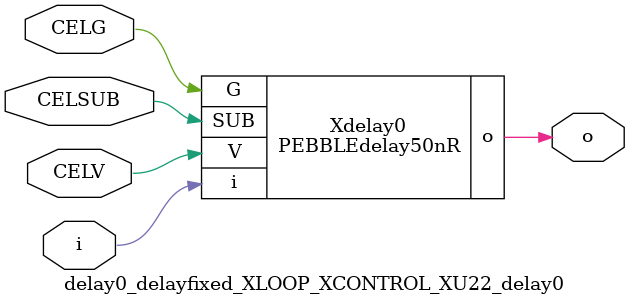
<source format=v>



module PEBBLEdelay50nR ( o, V, G, i, SUB );

  input V;
  input i;
  input G;
  output o;
  input SUB;
endmodule

//Celera Confidential Do Not Copy delay0_delayfixed_XLOOP_XCONTROL_XU22_delay0
//TYPE: fixed 50ns
module delay0_delayfixed_XLOOP_XCONTROL_XU22_delay0 (i, CELV, o,
CELG,CELSUB);
input CELV;
input i;
output o;
input CELSUB;
input CELG;

//Celera Confidential Do Not Copy delayfast0
PEBBLEdelay50nR Xdelay0(
.V (CELV),
.i (i),
.o (o),
.G (CELG),
.SUB (CELSUB)
);
//,diesize,PEBBLEdelay50nR

//Celera Confidential Do Not Copy Module End
//Celera Schematic Generator
endmodule

</source>
